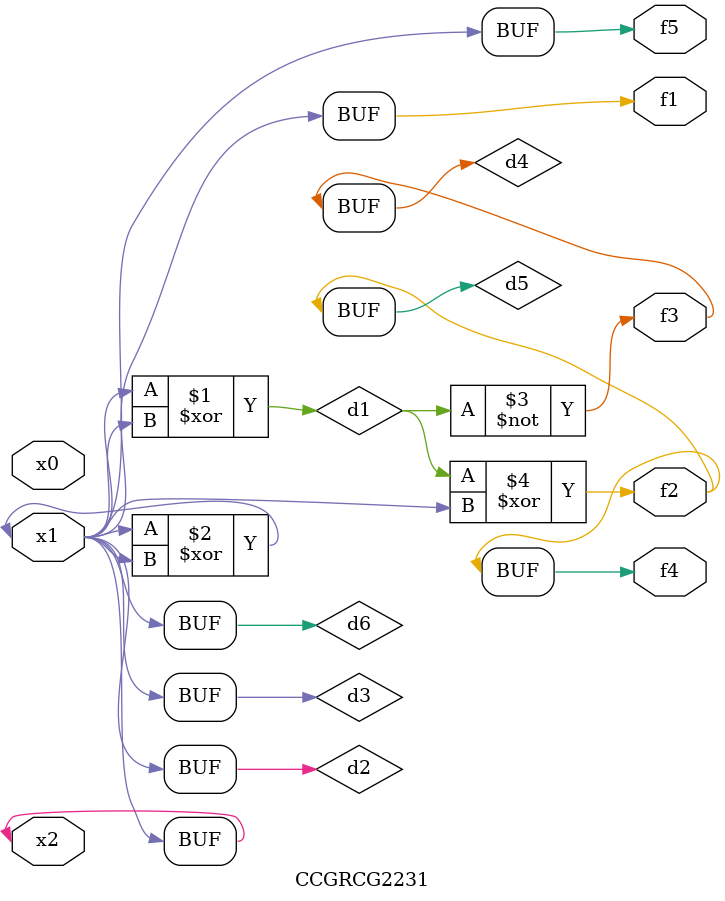
<source format=v>
module CCGRCG2231(
	input x0, x1, x2,
	output f1, f2, f3, f4, f5
);

	wire d1, d2, d3, d4, d5, d6;

	xor (d1, x1, x2);
	buf (d2, x1, x2);
	xor (d3, x1, x2);
	nor (d4, d1);
	xor (d5, d1, d2);
	buf (d6, d2, d3);
	assign f1 = d6;
	assign f2 = d5;
	assign f3 = d4;
	assign f4 = d5;
	assign f5 = d6;
endmodule

</source>
